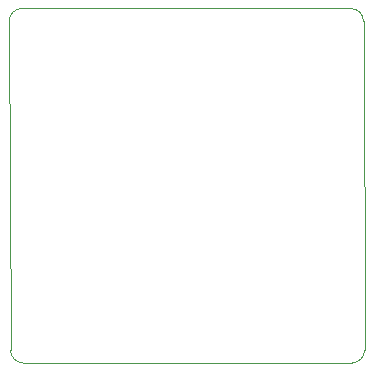
<source format=gbr>
%TF.GenerationSoftware,KiCad,Pcbnew,(5.1.9-0-10_14)*%
%TF.CreationDate,2021-02-18T15:53:41+03:00*%
%TF.ProjectId,DA14531MOD-Breakout,44413134-3533-4314-9d4f-442d42726561,rev?*%
%TF.SameCoordinates,Original*%
%TF.FileFunction,Profile,NP*%
%FSLAX46Y46*%
G04 Gerber Fmt 4.6, Leading zero omitted, Abs format (unit mm)*
G04 Created by KiCad (PCBNEW (5.1.9-0-10_14)) date 2021-02-18 15:53:41*
%MOMM*%
%LPD*%
G01*
G04 APERTURE LIST*
%TA.AperFunction,Profile*%
%ADD10C,0.050000*%
%TD*%
G04 APERTURE END LIST*
D10*
X104840000Y-70080000D02*
G75*
G02*
X105920000Y-71160000I0J-1080000D01*
G01*
X75920000Y-71160000D02*
G75*
G02*
X77000000Y-70080000I1080000J0D01*
G01*
X75920000Y-71160000D02*
X76030000Y-99000000D01*
X77110000Y-100080000D02*
G75*
G02*
X76030000Y-99000000I0J1080000D01*
G01*
X106010000Y-99000000D02*
G75*
G02*
X104930000Y-100080000I-1080000J0D01*
G01*
X104840000Y-70080000D02*
X77000000Y-70080000D01*
X106010000Y-99000000D02*
X105920000Y-71160000D01*
X77110000Y-100080000D02*
X104930000Y-100080000D01*
M02*

</source>
